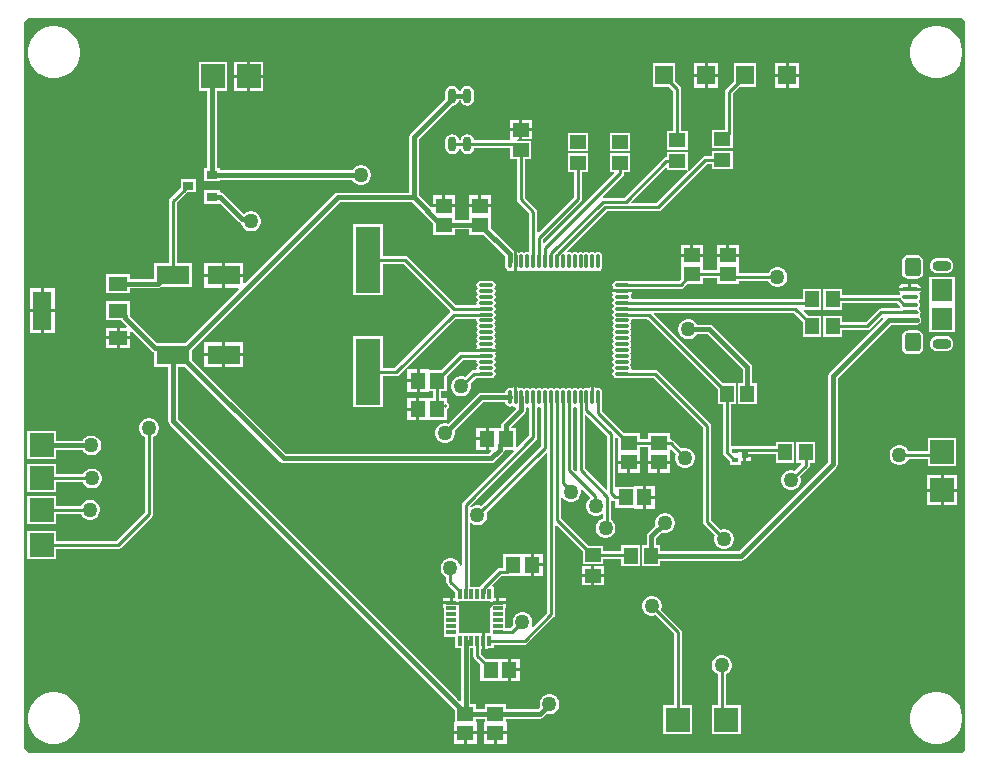
<source format=gtl>
G04*
G04 #@! TF.GenerationSoftware,Altium Limited,Altium Designer,22.0.2 (36)*
G04*
G04 Layer_Physical_Order=1*
G04 Layer_Color=255*
%FSLAX25Y25*%
%MOIN*%
G70*
G04*
G04 #@! TF.SameCoordinates,5FA20498-FCA4-4C69-A915-C1027814B975*
G04*
G04*
G04 #@! TF.FilePolarity,Positive*
G04*
G01*
G75*
%ADD12C,0.01000*%
%ADD15R,0.08268X0.22047*%
%ADD16R,0.05512X0.05118*%
%ADD17O,0.01181X0.04724*%
%ADD18O,0.04724X0.01181*%
%ADD19R,0.05315X0.04528*%
%ADD20R,0.04528X0.05315*%
%ADD21R,0.05118X0.05512*%
%ADD22R,0.03347X0.01378*%
%ADD23R,0.01378X0.03347*%
%ADD24R,0.11024X0.06299*%
%ADD25R,0.05906X0.06299*%
%ADD26O,0.05315X0.01575*%
%ADD27R,0.01968X0.01850*%
%ADD28R,0.07874X0.07874*%
%ADD29R,0.06299X0.12992*%
%ADD30R,0.06299X0.04724*%
%ADD31R,0.07874X0.07874*%
%ADD32R,0.07087X0.07480*%
G04:AMPARAMS|DCode=33|XSize=62.99mil|YSize=55.12mil|CornerRadius=13.78mil|HoleSize=0mil|Usage=FLASHONLY|Rotation=270.000|XOffset=0mil|YOffset=0mil|HoleType=Round|Shape=RoundedRectangle|*
%AMROUNDEDRECTD33*
21,1,0.06299,0.02756,0,0,270.0*
21,1,0.03543,0.05512,0,0,270.0*
1,1,0.02756,-0.01378,-0.01772*
1,1,0.02756,-0.01378,0.01772*
1,1,0.02756,0.01378,0.01772*
1,1,0.02756,0.01378,-0.01772*
%
%ADD33ROUNDEDRECTD33*%
%ADD34R,0.01968X0.01457*%
%ADD35R,0.03543X0.02756*%
%ADD36O,0.02992X0.05000*%
%ADD62C,0.01500*%
%ADD63O,0.06299X0.03543*%
%ADD64C,0.05000*%
G36*
X312700Y244800D02*
X313800Y243700D01*
Y1003D01*
X312797Y0D01*
X1400D01*
X-3Y1403D01*
Y243300D01*
X1498Y244800D01*
X312700Y244800D01*
D02*
G37*
%LPC*%
G36*
X258539Y229950D02*
X255087D01*
Y226300D01*
X258539D01*
Y229950D01*
D02*
G37*
G36*
X254087D02*
X250634D01*
Y226300D01*
X254087D01*
Y229950D01*
D02*
G37*
G36*
X231539D02*
X228087D01*
Y226300D01*
X231539D01*
Y229950D01*
D02*
G37*
G36*
X227087D02*
X223634D01*
Y226300D01*
X227087D01*
Y229950D01*
D02*
G37*
G36*
X79937Y230337D02*
X75500D01*
Y225900D01*
X79937D01*
Y230337D01*
D02*
G37*
G36*
X74500D02*
X70063D01*
Y225900D01*
X74500D01*
Y230337D01*
D02*
G37*
G36*
X305154Y242074D02*
X303446D01*
X301770Y241741D01*
X300191Y241087D01*
X298771Y240138D01*
X297563Y238929D01*
X296613Y237509D01*
X295959Y235930D01*
X295626Y234254D01*
Y232546D01*
X295959Y230870D01*
X296613Y229291D01*
X297563Y227871D01*
X298771Y226662D01*
X300191Y225713D01*
X301770Y225059D01*
X303446Y224726D01*
X305154D01*
X306830Y225059D01*
X308409Y225713D01*
X309829Y226662D01*
X311037Y227871D01*
X311987Y229291D01*
X312641Y230870D01*
X312974Y232546D01*
Y234254D01*
X312641Y235930D01*
X311987Y237509D01*
X311037Y238929D01*
X309829Y240138D01*
X308409Y241087D01*
X306830Y241741D01*
X305154Y242074D01*
D02*
G37*
G36*
X10954D02*
X9246D01*
X7570Y241741D01*
X5991Y241087D01*
X4571Y240138D01*
X3362Y238929D01*
X2413Y237509D01*
X1759Y235930D01*
X1426Y234254D01*
Y232546D01*
X1759Y230870D01*
X2413Y229291D01*
X3362Y227871D01*
X4571Y226662D01*
X5991Y225713D01*
X7570Y225059D01*
X9246Y224726D01*
X10954D01*
X12630Y225059D01*
X14209Y225713D01*
X15629Y226662D01*
X16838Y227871D01*
X17787Y229291D01*
X18441Y230870D01*
X18774Y232546D01*
Y234254D01*
X18441Y235930D01*
X17787Y237509D01*
X16838Y238929D01*
X15629Y240138D01*
X14209Y241087D01*
X12630Y241741D01*
X10954Y242074D01*
D02*
G37*
G36*
X258539Y225300D02*
X255087D01*
Y221650D01*
X258539D01*
Y225300D01*
D02*
G37*
G36*
X254087D02*
X250634D01*
Y221650D01*
X254087D01*
Y225300D01*
D02*
G37*
G36*
X231539D02*
X228087D01*
Y221650D01*
X231539D01*
Y225300D01*
D02*
G37*
G36*
X227087D02*
X223634D01*
Y221650D01*
X227087D01*
Y225300D01*
D02*
G37*
G36*
X147900Y222316D02*
X147004Y222138D01*
X146245Y221630D01*
X145737Y220871D01*
X145674Y220551D01*
X145126D01*
X145063Y220871D01*
X144555Y221630D01*
X143796Y222138D01*
X142900Y222316D01*
X142004Y222138D01*
X141245Y221630D01*
X140737Y220871D01*
X140559Y219975D01*
Y217967D01*
X140577Y217879D01*
X129083Y206384D01*
X128740Y205872D01*
X128620Y205267D01*
Y186680D01*
X104662D01*
X104057Y186560D01*
X103545Y186217D01*
X73703Y156376D01*
X73241Y156567D01*
Y158600D01*
X67229D01*
Y154950D01*
X71624D01*
X71816Y154489D01*
X53877Y136550D01*
X47553D01*
X47400Y136580D01*
X44453D01*
X35478Y145555D01*
Y145688D01*
X35448Y145841D01*
Y150462D01*
X27549D01*
Y144138D01*
X32543D01*
X32781Y143783D01*
X34494Y142069D01*
X34303Y141607D01*
X31998D01*
Y138745D01*
X35648D01*
Y140262D01*
X36110Y140454D01*
X42681Y133882D01*
X43194Y133539D01*
X43488Y133481D01*
Y128650D01*
X48220D01*
Y110399D01*
X48340Y109794D01*
X48682Y109282D01*
X143577Y14387D01*
X143584Y14354D01*
X143744Y14114D01*
Y10159D01*
X143544D01*
Y7100D01*
X147300D01*
X151056D01*
Y10159D01*
X150856D01*
Y11319D01*
X153744D01*
Y10159D01*
X153544D01*
Y7100D01*
X157300D01*
X161056D01*
Y10159D01*
X160856D01*
Y11319D01*
X172099D01*
X172704Y11439D01*
X173217Y11782D01*
X174368Y12933D01*
X174866Y12800D01*
X175734D01*
X176574Y13025D01*
X177326Y13459D01*
X177941Y14074D01*
X178375Y14826D01*
X178600Y15665D01*
Y16534D01*
X178375Y17374D01*
X177941Y18126D01*
X177326Y18741D01*
X176574Y19175D01*
X175734Y19400D01*
X174866D01*
X174026Y19175D01*
X173274Y18741D01*
X172659Y18126D01*
X172225Y17374D01*
X172000Y16534D01*
Y15665D01*
X172133Y15168D01*
X171445Y14480D01*
X160856D01*
Y16258D01*
X153744D01*
Y14480D01*
X150856D01*
Y16258D01*
X148928D01*
Y34851D01*
X149959D01*
Y32163D01*
X150060Y31656D01*
X150347Y31226D01*
X152291Y29281D01*
Y24044D01*
X158391D01*
Y23844D01*
X161450D01*
Y27600D01*
Y31356D01*
X158391D01*
Y31156D01*
X154166D01*
X152610Y32712D01*
Y34651D01*
X152753D01*
Y34851D01*
X152773D01*
Y37324D01*
Y39798D01*
X152753D01*
Y39998D01*
X151564D01*
Y39798D01*
X144998D01*
Y40658D01*
Y42627D01*
Y44595D01*
Y46564D01*
Y48332D01*
X145198D01*
Y50402D01*
X155402D01*
Y48332D01*
X155602D01*
Y46564D01*
Y44595D01*
Y42627D01*
Y40658D01*
Y39798D01*
X154942D01*
Y39998D01*
X153753D01*
Y39798D01*
X153732D01*
Y37324D01*
Y34851D01*
X153753D01*
Y34651D01*
X154942D01*
Y34851D01*
X156710D01*
Y35999D01*
X167024D01*
X167532Y36100D01*
X167962Y36387D01*
X176753Y45178D01*
X177040Y45608D01*
X177141Y46116D01*
Y75633D01*
X177603Y75824D01*
X186343Y67085D01*
Y62831D01*
X193257D01*
Y64570D01*
X199291D01*
Y62142D01*
X205419D01*
Y69058D01*
X199291D01*
Y67221D01*
X193257D01*
Y68959D01*
X188217D01*
X179110Y78066D01*
Y85099D01*
X179610Y85233D01*
X179759Y84974D01*
X180374Y84359D01*
X181126Y83925D01*
X181966Y83700D01*
X182834D01*
X183674Y83925D01*
X184426Y84359D01*
X185041Y84974D01*
X185475Y85726D01*
X185700Y86566D01*
Y87435D01*
X185669Y87549D01*
X186118Y87808D01*
X188810Y85116D01*
X188774Y84841D01*
X188159Y84226D01*
X187725Y83474D01*
X187500Y82635D01*
Y81766D01*
X187725Y80926D01*
X188159Y80174D01*
X188774Y79559D01*
X189526Y79125D01*
X190366Y78900D01*
X191234D01*
X192074Y79125D01*
X192774Y79530D01*
X193186Y79410D01*
X193274Y79374D01*
Y78122D01*
X192726Y77975D01*
X191974Y77541D01*
X191359Y76926D01*
X190925Y76174D01*
X190700Y75335D01*
Y74466D01*
X190925Y73626D01*
X191359Y72874D01*
X191974Y72259D01*
X192726Y71825D01*
X193566Y71600D01*
X194434D01*
X195274Y71825D01*
X196026Y72259D01*
X196641Y72874D01*
X197075Y73626D01*
X197300Y74466D01*
Y75335D01*
X197075Y76174D01*
X196641Y76926D01*
X196026Y77541D01*
X195925Y77599D01*
Y83925D01*
X196425Y84162D01*
X196670Y83998D01*
X197177Y83897D01*
X197291D01*
Y81544D01*
X203391D01*
Y81344D01*
X206450D01*
Y85100D01*
Y88856D01*
X203391D01*
Y88656D01*
X197291D01*
X197225Y89129D01*
Y104950D01*
X197687Y105141D01*
X198244Y104585D01*
Y100360D01*
X198044D01*
Y97301D01*
X201800D01*
X205556D01*
Y100360D01*
X205356D01*
Y101775D01*
X208244D01*
Y100360D01*
X208044D01*
Y97301D01*
X211800D01*
X215556D01*
Y100360D01*
X215356D01*
Y100916D01*
X215818Y101108D01*
X217409Y99516D01*
X217200Y98734D01*
Y97865D01*
X217425Y97026D01*
X217859Y96274D01*
X218474Y95659D01*
X219226Y95225D01*
X220065Y95000D01*
X220935D01*
X221774Y95225D01*
X222526Y95659D01*
X223141Y96274D01*
X223575Y97026D01*
X223800Y97865D01*
Y98734D01*
X223575Y99574D01*
X223141Y100326D01*
X222526Y100941D01*
X221774Y101375D01*
X220935Y101600D01*
X220065D01*
X219284Y101391D01*
X216637Y104037D01*
X216207Y104325D01*
X215700Y104426D01*
X215356D01*
Y106459D01*
X208244D01*
Y104426D01*
X205356D01*
Y106459D01*
X200119D01*
X192889Y113688D01*
Y116226D01*
X192982Y116691D01*
Y120234D01*
X192874Y120776D01*
X192566Y121236D01*
X192106Y121544D01*
X191564Y121652D01*
X191021Y121544D01*
X190753Y121364D01*
X190742Y121381D01*
X190216Y121732D01*
X190095Y121756D01*
Y118462D01*
X189095D01*
Y121756D01*
X188975Y121732D01*
X188449Y121381D01*
X188438Y121364D01*
X188169Y121544D01*
X187627Y121652D01*
X187084Y121544D01*
X186643Y121249D01*
X186201Y121544D01*
X185658Y121652D01*
X185116Y121544D01*
X184674Y121249D01*
X184232Y121544D01*
X183690Y121652D01*
X183147Y121544D01*
X182705Y121249D01*
X182264Y121544D01*
X181721Y121652D01*
X181179Y121544D01*
X180737Y121249D01*
X180295Y121544D01*
X179753Y121652D01*
X179210Y121544D01*
X178769Y121249D01*
X178327Y121544D01*
X177784Y121652D01*
X177242Y121544D01*
X176800Y121249D01*
X176358Y121544D01*
X175816Y121652D01*
X175273Y121544D01*
X174831Y121249D01*
X174390Y121544D01*
X173847Y121652D01*
X173305Y121544D01*
X172863Y121249D01*
X172421Y121544D01*
X171879Y121652D01*
X171336Y121544D01*
X170895Y121249D01*
X170453Y121544D01*
X169910Y121652D01*
X169368Y121544D01*
X168926Y121249D01*
X168484Y121544D01*
X167942Y121652D01*
X167399Y121544D01*
X166957Y121249D01*
X166516Y121544D01*
X165973Y121652D01*
X165431Y121544D01*
X165162Y121364D01*
X165151Y121381D01*
X164625Y121732D01*
X164505Y121756D01*
Y119026D01*
X164393Y118462D01*
X163617D01*
X163505Y119026D01*
Y121756D01*
X163384Y121732D01*
X162858Y121381D01*
X162847Y121364D01*
X162579Y121544D01*
X162036Y121652D01*
X161494Y121544D01*
X161034Y121236D01*
X160726Y120776D01*
X160618Y120234D01*
Y120043D01*
X152462D01*
X151857Y119922D01*
X151345Y119580D01*
X141432Y109667D01*
X140934Y109800D01*
X140066D01*
X139226Y109575D01*
X138474Y109141D01*
X137859Y108526D01*
X137425Y107774D01*
X137200Y106934D01*
Y106066D01*
X137425Y105226D01*
X137859Y104474D01*
X138474Y103859D01*
X139226Y103425D01*
X140066Y103200D01*
X140934D01*
X141774Y103425D01*
X142526Y103859D01*
X143141Y104474D01*
X143575Y105226D01*
X143800Y106066D01*
Y106934D01*
X143667Y107432D01*
X153117Y116882D01*
X160618D01*
Y116691D01*
X160726Y116148D01*
X161034Y115688D01*
X161494Y115381D01*
X162036Y115273D01*
X162579Y115381D01*
X162847Y115560D01*
X162858Y115544D01*
X163384Y115192D01*
X163804Y115109D01*
X164000Y114597D01*
X159683Y110280D01*
X159340Y109767D01*
X159220Y109162D01*
Y108156D01*
X158060D01*
Y108356D01*
X155001D01*
Y104600D01*
Y100844D01*
X155656D01*
X155847Y100382D01*
X155145Y99680D01*
X87317D01*
X56112Y130885D01*
Y134315D01*
X105317Y183520D01*
X129545D01*
X136544Y176521D01*
Y172641D01*
X143656D01*
Y174420D01*
X148544D01*
Y172641D01*
X153421D01*
X160421Y165641D01*
Y163772D01*
X160541Y163168D01*
X160618Y163052D01*
Y161966D01*
X160726Y161424D01*
X161034Y160964D01*
X161494Y160656D01*
X162036Y160548D01*
X162579Y160656D01*
X162847Y160836D01*
X162858Y160819D01*
X163384Y160468D01*
X163505Y160444D01*
Y163174D01*
X163617Y163738D01*
X163582Y163912D01*
Y166295D01*
X163505Y166684D01*
Y167032D01*
X163389Y167009D01*
X163119Y167413D01*
X155656Y174876D01*
Y178740D01*
X155856D01*
Y181799D01*
X148344D01*
Y178740D01*
X148544D01*
Y177580D01*
X143656D01*
Y178740D01*
X143856D01*
Y181799D01*
X136236D01*
X135882Y181653D01*
X131780Y185755D01*
Y204612D01*
X142812Y215644D01*
X142900Y215626D01*
X143796Y215804D01*
X144555Y216312D01*
X145063Y217071D01*
X145126Y217390D01*
X145674D01*
X145737Y217071D01*
X146245Y216312D01*
X147004Y215804D01*
X147900Y215626D01*
X148796Y215804D01*
X149555Y216312D01*
X150063Y217071D01*
X150241Y217967D01*
Y219975D01*
X150063Y220871D01*
X149555Y221630D01*
X148796Y222138D01*
X147900Y222316D01*
D02*
G37*
G36*
X79937Y224900D02*
X75500D01*
Y220463D01*
X79937D01*
Y224900D01*
D02*
G37*
G36*
X74500D02*
X70063D01*
Y220463D01*
X74500D01*
Y224900D01*
D02*
G37*
G36*
X169358Y210953D02*
X166200D01*
Y208190D01*
X169358D01*
Y210953D01*
D02*
G37*
G36*
X165200D02*
X162042D01*
Y208190D01*
X165200D01*
Y210953D01*
D02*
G37*
G36*
X169358Y207190D02*
X166200D01*
Y204426D01*
X169358D01*
Y207190D01*
D02*
G37*
G36*
X165200D02*
X162042D01*
Y204655D01*
X162042Y204426D01*
X161655Y204155D01*
X150177D01*
X150063Y204729D01*
X149555Y205488D01*
X148796Y205996D01*
X147900Y206174D01*
X147004Y205996D01*
X146245Y205488D01*
X145737Y204729D01*
X145655Y204315D01*
X145145D01*
X145063Y204729D01*
X144555Y205488D01*
X143796Y205996D01*
X142900Y206174D01*
X142004Y205996D01*
X141245Y205488D01*
X140737Y204729D01*
X140559Y203833D01*
Y201825D01*
X140737Y200929D01*
X141245Y200170D01*
X142004Y199662D01*
X142900Y199484D01*
X143796Y199662D01*
X144555Y200170D01*
X145063Y200929D01*
X145145Y201343D01*
X145655D01*
X145737Y200929D01*
X146245Y200170D01*
X147004Y199662D01*
X147900Y199484D01*
X148796Y199662D01*
X149555Y200170D01*
X150063Y200929D01*
X150177Y201504D01*
X162242D01*
Y197736D01*
X164374D01*
Y184402D01*
X164475Y183895D01*
X164763Y183465D01*
X168585Y179643D01*
Y167308D01*
X168085Y166899D01*
X167942Y166927D01*
X167399Y166819D01*
X166957Y166524D01*
X166516Y166819D01*
X165973Y166927D01*
X165431Y166819D01*
X165162Y166640D01*
X165151Y166656D01*
X164625Y167008D01*
X164505Y167032D01*
Y163738D01*
Y160444D01*
X164625Y160468D01*
X165151Y160819D01*
X165162Y160836D01*
X165431Y160656D01*
X165973Y160548D01*
X166516Y160656D01*
X166957Y160951D01*
X167399Y160656D01*
X167942Y160548D01*
X168484Y160656D01*
X168926Y160951D01*
X169368Y160656D01*
X169910Y160548D01*
X170453Y160656D01*
X170895Y160951D01*
X171336Y160656D01*
X171879Y160548D01*
X172421Y160656D01*
X172863Y160951D01*
X173305Y160656D01*
X173847Y160548D01*
X174390Y160656D01*
X174831Y160951D01*
X175273Y160656D01*
X175816Y160548D01*
X176358Y160656D01*
X176800Y160951D01*
X177242Y160656D01*
X177784Y160548D01*
X178327Y160656D01*
X178769Y160951D01*
X179210Y160656D01*
X179753Y160548D01*
X180295Y160656D01*
X180737Y160951D01*
X181179Y160656D01*
X181721Y160548D01*
X182264Y160656D01*
X182705Y160951D01*
X183147Y160656D01*
X183690Y160548D01*
X184232Y160656D01*
X184674Y160951D01*
X185116Y160656D01*
X185658Y160548D01*
X186201Y160656D01*
X186643Y160951D01*
X187084Y160656D01*
X187627Y160548D01*
X188169Y160656D01*
X188611Y160951D01*
X189053Y160656D01*
X189595Y160548D01*
X190138Y160656D01*
X190579Y160951D01*
X191021Y160656D01*
X191564Y160548D01*
X192106Y160656D01*
X192566Y160964D01*
X192874Y161424D01*
X192982Y161966D01*
Y165509D01*
X192874Y166052D01*
X192566Y166512D01*
X192106Y166819D01*
X191564Y166927D01*
X191021Y166819D01*
X190579Y166524D01*
X190138Y166819D01*
X189595Y166927D01*
X189053Y166819D01*
X188611Y166524D01*
X188169Y166819D01*
X187627Y166927D01*
X187084Y166819D01*
X186643Y166524D01*
X186201Y166819D01*
X185658Y166927D01*
X185116Y166819D01*
X184674Y166524D01*
X184232Y166819D01*
X183690Y166927D01*
X183147Y166819D01*
X182705Y166524D01*
X182264Y166819D01*
X181721Y166927D01*
X181448Y166873D01*
X181202Y167334D01*
X194343Y180474D01*
X211500D01*
X212007Y180575D01*
X212437Y180863D01*
X227849Y196274D01*
X229417D01*
Y194536D01*
X236332D01*
Y200664D01*
X229417D01*
Y198925D01*
X227300D01*
X226793Y198825D01*
X226363Y198537D01*
X221841Y194015D01*
X221747Y194008D01*
X221332Y194343D01*
X221332Y194541D01*
Y200219D01*
X214417D01*
Y198481D01*
X214300D01*
X213793Y198380D01*
X213363Y198092D01*
X200196Y184925D01*
X193207D01*
X192993Y185338D01*
X192984Y185409D01*
X199737Y192163D01*
X200025Y192593D01*
X200126Y193100D01*
Y193591D01*
X202257D01*
Y199719D01*
X195343D01*
Y193591D01*
X196764D01*
X196955Y193129D01*
X173666Y169841D01*
X173204Y170032D01*
Y171130D01*
X185737Y183663D01*
X186025Y184093D01*
X186126Y184600D01*
Y193591D01*
X188258D01*
Y199719D01*
X181342D01*
Y193591D01*
X183475D01*
Y185149D01*
X171698Y173372D01*
X171236Y173564D01*
Y180192D01*
X171135Y180700D01*
X170847Y181130D01*
X167025Y184951D01*
Y197736D01*
X169158D01*
Y203864D01*
X164479D01*
X164433Y203926D01*
X164685Y204426D01*
X165200D01*
Y207190D01*
D02*
G37*
G36*
X244166Y229750D02*
X236661D01*
Y223725D01*
X234095Y221159D01*
X233808Y220729D01*
X233707Y220222D01*
Y207554D01*
X229417D01*
Y201426D01*
X236332D01*
Y206004D01*
X236358Y206132D01*
Y219673D01*
X238535Y221850D01*
X244166D01*
Y229750D01*
D02*
G37*
G36*
X217166D02*
X209661D01*
Y221850D01*
X215292D01*
X216549Y220593D01*
Y207109D01*
X214417D01*
Y200981D01*
X221332D01*
Y207109D01*
X219200D01*
Y221142D01*
X219099Y221649D01*
X218812Y222079D01*
X217166Y223725D01*
Y229750D01*
D02*
G37*
G36*
X202257Y206609D02*
X195343D01*
Y200481D01*
X202257D01*
Y206609D01*
D02*
G37*
G36*
X188258D02*
X181342D01*
Y200481D01*
X188258D01*
Y206609D01*
D02*
G37*
G36*
X67937Y230137D02*
X58463D01*
Y220663D01*
X61220D01*
Y194858D01*
X60228D01*
Y190502D01*
X65372D01*
Y191010D01*
X109550D01*
X109859Y190474D01*
X110474Y189859D01*
X111226Y189425D01*
X112066Y189200D01*
X112934D01*
X113774Y189425D01*
X114526Y189859D01*
X115141Y190474D01*
X115575Y191226D01*
X115800Y192066D01*
Y192934D01*
X115575Y193774D01*
X115141Y194526D01*
X114526Y195141D01*
X113774Y195575D01*
X112934Y195800D01*
X112066D01*
X111226Y195575D01*
X110474Y195141D01*
X109859Y194526D01*
X109654Y194170D01*
X65372D01*
Y194858D01*
X64380D01*
Y220663D01*
X67937D01*
Y230137D01*
D02*
G37*
G36*
X155856Y185858D02*
X152600D01*
Y182799D01*
X155856D01*
Y185858D01*
D02*
G37*
G36*
X151600D02*
X148344D01*
Y182799D01*
X151600D01*
Y185858D01*
D02*
G37*
G36*
X143856D02*
X140600D01*
Y182799D01*
X143856D01*
Y185858D01*
D02*
G37*
G36*
X139600D02*
X136344D01*
Y182799D01*
X139600D01*
Y185858D01*
D02*
G37*
G36*
X65372Y187378D02*
X60228D01*
Y183022D01*
X65372D01*
X65372Y183022D01*
Y183022D01*
X65784Y182810D01*
X71846Y176748D01*
X72359Y176405D01*
X72582Y176361D01*
X72725Y175826D01*
X73159Y175074D01*
X73774Y174459D01*
X74526Y174025D01*
X75366Y173800D01*
X76235D01*
X77074Y174025D01*
X77826Y174459D01*
X78441Y175074D01*
X78875Y175826D01*
X79100Y176666D01*
Y177534D01*
X78875Y178374D01*
X78441Y179126D01*
X77826Y179741D01*
X77074Y180175D01*
X76235Y180400D01*
X75366D01*
X74526Y180175D01*
X73774Y179741D01*
X73549Y179516D01*
X66747Y186318D01*
X66234Y186660D01*
X65629Y186780D01*
X65372D01*
Y187378D01*
D02*
G37*
G36*
X238556Y169309D02*
X235300D01*
Y166250D01*
X238556D01*
Y169309D01*
D02*
G37*
G36*
X234300D02*
X231044D01*
Y166250D01*
X234300D01*
Y169309D01*
D02*
G37*
G36*
X226556D02*
X223300D01*
Y166250D01*
X226556D01*
Y169309D01*
D02*
G37*
G36*
X222300D02*
X219044D01*
Y166250D01*
X222300D01*
Y169309D01*
D02*
G37*
G36*
X238556Y165250D02*
X231044D01*
Y162191D01*
X231244D01*
Y160776D01*
X226356D01*
Y162191D01*
X226556D01*
Y165250D01*
X219044D01*
Y162191D01*
X219244D01*
Y157966D01*
X218467Y157189D01*
X201674D01*
X201209Y157282D01*
X197666D01*
X197124Y157174D01*
X196664Y156866D01*
X196356Y156406D01*
X196248Y155864D01*
X196356Y155321D01*
X196536Y155053D01*
X196519Y155042D01*
X196168Y154516D01*
X196144Y154395D01*
X199438D01*
X203096D01*
X203213Y154538D01*
X219017D01*
X219524Y154639D01*
X219954Y154927D01*
X221119Y156091D01*
X226356D01*
Y158125D01*
X231244D01*
Y156091D01*
X238356D01*
Y157274D01*
X248255D01*
X248659Y156574D01*
X249274Y155959D01*
X250026Y155525D01*
X250866Y155300D01*
X251734D01*
X252574Y155525D01*
X253326Y155959D01*
X253941Y156574D01*
X254375Y157326D01*
X254600Y158166D01*
Y159034D01*
X254375Y159874D01*
X253941Y160626D01*
X253326Y161241D01*
X252574Y161675D01*
X251734Y161900D01*
X250866D01*
X250026Y161675D01*
X249274Y161241D01*
X248659Y160626D01*
X248255Y159925D01*
X238356D01*
Y162191D01*
X238556D01*
Y165250D01*
D02*
G37*
G36*
X307384Y164910D02*
X304628D01*
X303957Y164822D01*
X303331Y164563D01*
X302794Y164151D01*
X302382Y163613D01*
X302123Y162988D01*
X302034Y162317D01*
X302123Y161645D01*
X302382Y161020D01*
X302794Y160482D01*
X303331Y160070D01*
X303957Y159811D01*
X304628Y159723D01*
X307384D01*
X308056Y159811D01*
X308681Y160070D01*
X309218Y160482D01*
X309631Y161020D01*
X309890Y161645D01*
X309978Y162317D01*
X309890Y162988D01*
X309631Y163613D01*
X309218Y164151D01*
X308681Y164563D01*
X308056Y164822D01*
X307384Y164910D01*
D02*
G37*
G36*
X73241Y163250D02*
X67229D01*
Y159600D01*
X73241D01*
Y163250D01*
D02*
G37*
G36*
X66229D02*
X60217D01*
Y159600D01*
X66229D01*
Y163250D01*
D02*
G37*
G36*
X57498Y191118D02*
X52354D01*
Y188243D01*
X48863Y184751D01*
X48575Y184321D01*
X48474Y183814D01*
Y163050D01*
X43488D01*
Y157936D01*
X35448D01*
Y159517D01*
X27549D01*
Y153193D01*
X35448D01*
Y154775D01*
X44693D01*
X45298Y154895D01*
X45680Y155150D01*
X56112D01*
Y163050D01*
X51126D01*
Y183265D01*
X54592Y186731D01*
X54612Y186762D01*
X57498D01*
Y191118D01*
D02*
G37*
G36*
X297739Y165915D02*
X294983D01*
X294133Y165746D01*
X293412Y165265D01*
X292931Y164544D01*
X292762Y163695D01*
Y160151D01*
X292931Y159301D01*
X293412Y158581D01*
X294133Y158100D01*
X294983Y157931D01*
X297739D01*
X298588Y158100D01*
X299309Y158581D01*
X299790Y159301D01*
X299959Y160151D01*
Y163695D01*
X299790Y164544D01*
X299309Y165265D01*
X298588Y165746D01*
X297739Y165915D01*
D02*
G37*
G36*
X66229Y158600D02*
X60217D01*
Y154950D01*
X66229D01*
Y158600D01*
D02*
G37*
G36*
X297345Y156265D02*
X295975D01*
Y154943D01*
X299068D01*
X299029Y155140D01*
X298634Y155731D01*
X298042Y156126D01*
X297345Y156265D01*
D02*
G37*
G36*
X294975D02*
X293605D01*
X292907Y156126D01*
X292316Y155731D01*
X291921Y155140D01*
X291882Y154943D01*
X294975D01*
Y156265D01*
D02*
G37*
G36*
X265864Y154558D02*
X259736D01*
Y151284D01*
X203008D01*
X202599Y151784D01*
X202627Y151927D01*
X202519Y152469D01*
X202340Y152738D01*
X202356Y152749D01*
X202708Y153275D01*
X202732Y153395D01*
X199438D01*
X196144D01*
X196168Y153275D01*
X196519Y152749D01*
X196536Y152738D01*
X196356Y152469D01*
X196248Y151927D01*
X196356Y151384D01*
X196651Y150943D01*
X196356Y150501D01*
X196248Y149958D01*
X196356Y149416D01*
X196651Y148974D01*
X196356Y148532D01*
X196248Y147990D01*
X196356Y147447D01*
X196651Y147005D01*
X196356Y146564D01*
X196248Y146021D01*
X196356Y145479D01*
X196651Y145037D01*
X196356Y144595D01*
X196248Y144053D01*
X196356Y143510D01*
X196651Y143069D01*
X196356Y142627D01*
X196248Y142084D01*
X196356Y141542D01*
X196651Y141100D01*
X196356Y140658D01*
X196248Y140116D01*
X196356Y139573D01*
X196651Y139131D01*
X196356Y138690D01*
X196248Y138147D01*
X196356Y137605D01*
X196651Y137163D01*
X196356Y136721D01*
X196248Y136179D01*
X196356Y135636D01*
X196651Y135195D01*
X196356Y134753D01*
X196248Y134210D01*
X196356Y133668D01*
X196651Y133226D01*
X196356Y132784D01*
X196248Y132242D01*
X196356Y131699D01*
X196651Y131257D01*
X196356Y130816D01*
X196248Y130273D01*
X196356Y129731D01*
X196651Y129289D01*
X196356Y128847D01*
X196248Y128305D01*
X196356Y127762D01*
X196651Y127321D01*
X196356Y126879D01*
X196248Y126336D01*
X196356Y125794D01*
X196664Y125334D01*
X197124Y125026D01*
X197666Y124918D01*
X201209D01*
X201674Y125011D01*
X209915D01*
X226474Y108451D01*
Y76900D01*
X226575Y76393D01*
X226863Y75963D01*
X230409Y72416D01*
X230200Y71635D01*
Y70766D01*
X230425Y69926D01*
X230859Y69174D01*
X231474Y68559D01*
X232226Y68125D01*
X233066Y67900D01*
X233934D01*
X234774Y68125D01*
X235526Y68559D01*
X236141Y69174D01*
X236575Y69926D01*
X236800Y70766D01*
Y71635D01*
X236575Y72474D01*
X236141Y73226D01*
X235526Y73841D01*
X234774Y74275D01*
X233934Y74500D01*
X233066D01*
X232284Y74291D01*
X229125Y77449D01*
Y109000D01*
X229025Y109507D01*
X228737Y109937D01*
X211401Y127273D01*
X210971Y127561D01*
X210464Y127662D01*
X203008D01*
X202599Y128162D01*
X202627Y128305D01*
X202519Y128847D01*
X202224Y129289D01*
X202519Y129731D01*
X202627Y130273D01*
X202519Y130816D01*
X202224Y131257D01*
X202519Y131699D01*
X202627Y132242D01*
X202519Y132784D01*
X202224Y133226D01*
X202519Y133668D01*
X202627Y134210D01*
X202519Y134753D01*
X202224Y135195D01*
X202519Y135636D01*
X202627Y136179D01*
X202519Y136721D01*
X202224Y137163D01*
X202519Y137605D01*
X202627Y138147D01*
X202519Y138690D01*
X202224Y139131D01*
X202519Y139573D01*
X202627Y140116D01*
X202519Y140658D01*
X202224Y141100D01*
X202519Y141542D01*
X202627Y142084D01*
X202519Y142627D01*
X202224Y143069D01*
X202519Y143510D01*
X202627Y144053D01*
X202599Y144196D01*
X203008Y144696D01*
X207834D01*
X231347Y121183D01*
Y116142D01*
X233085D01*
Y100084D01*
X233186Y99577D01*
X233473Y99147D01*
X235441Y97179D01*
Y95997D01*
X239009D01*
Y97175D01*
X239875D01*
Y99100D01*
X240375D01*
Y99600D01*
X242359D01*
Y99700D01*
X250736D01*
Y96643D01*
X256864D01*
Y103558D01*
X250736D01*
Y102351D01*
X238976D01*
X238469Y102250D01*
X238437Y102229D01*
X237454D01*
X237326Y102203D01*
X235736D01*
Y116142D01*
X237474D01*
Y123057D01*
X233221D01*
X210076Y146202D01*
X210267Y146664D01*
X256755D01*
X259736Y143683D01*
Y138643D01*
X265864D01*
Y145557D01*
X261611D01*
X260026Y147143D01*
X260233Y147643D01*
X265864D01*
Y154558D01*
D02*
G37*
G36*
X10451Y154796D02*
X6802D01*
Y147800D01*
X10451D01*
Y154796D01*
D02*
G37*
G36*
X5802D02*
X2152D01*
Y147800D01*
X5802D01*
Y154796D01*
D02*
G37*
G36*
X272754Y154558D02*
X266626D01*
Y147643D01*
X272754D01*
Y149775D01*
X291280D01*
X292050Y149005D01*
X292109Y148705D01*
X292186Y148591D01*
X291918Y148091D01*
X285876D01*
X285368Y147990D01*
X284939Y147703D01*
X280661Y143426D01*
X272754D01*
Y145557D01*
X266626D01*
Y138643D01*
X272754D01*
Y140775D01*
X281210D01*
X281718Y140875D01*
X282148Y141163D01*
X286236Y145251D01*
X286474Y145216D01*
X286649Y144684D01*
X268683Y126717D01*
X268340Y126205D01*
X268220Y125600D01*
Y96755D01*
X238645Y67180D01*
X212309D01*
Y69058D01*
X210825D01*
Y71390D01*
X212868Y73433D01*
X213366Y73300D01*
X214234D01*
X215074Y73525D01*
X215826Y73959D01*
X216441Y74574D01*
X216875Y75326D01*
X217100Y76165D01*
Y77034D01*
X216875Y77874D01*
X216441Y78626D01*
X215826Y79241D01*
X215074Y79675D01*
X214234Y79900D01*
X213366D01*
X212526Y79675D01*
X211774Y79241D01*
X211159Y78626D01*
X210725Y77874D01*
X210500Y77034D01*
Y76165D01*
X210633Y75668D01*
X208127Y73162D01*
X207785Y72650D01*
X207664Y72045D01*
Y69058D01*
X206181D01*
Y62142D01*
X212309D01*
Y64020D01*
X239300D01*
X239905Y64140D01*
X240418Y64482D01*
X270918Y94982D01*
X271260Y95495D01*
X271380Y96100D01*
Y124945D01*
X289061Y142626D01*
X293413D01*
X293605Y142588D01*
X297345D01*
X297537Y142626D01*
X297658D01*
X298263Y142746D01*
X298776Y143089D01*
X299118Y143602D01*
X299239Y144206D01*
X299118Y144811D01*
X298776Y145324D01*
X298718Y145964D01*
X298840Y146146D01*
X298854Y146215D01*
X298883Y146258D01*
X298984Y146765D01*
X298883Y147273D01*
X298854Y147316D01*
X298840Y147385D01*
X298642Y147681D01*
X298531Y148045D01*
X298642Y148409D01*
X298840Y148705D01*
X298963Y149324D01*
X298840Y149944D01*
X298642Y150240D01*
X298531Y150604D01*
X298642Y150968D01*
X298840Y151264D01*
X298963Y151883D01*
X298840Y152503D01*
X298753Y152633D01*
X298634Y153154D01*
X299029Y153745D01*
X299068Y153943D01*
X295475D01*
X291882D01*
X291921Y153745D01*
X292316Y153154D01*
X292196Y152633D01*
X292109Y152503D01*
X291956Y152400D01*
X291829Y152426D01*
X272754D01*
Y154558D01*
D02*
G37*
G36*
X310350Y158589D02*
X301663D01*
Y149640D01*
X301663Y149509D01*
Y149140D01*
X301663Y149009D01*
Y140060D01*
X310350D01*
Y149009D01*
X310350Y149140D01*
Y149509D01*
X310350Y149640D01*
Y158589D01*
D02*
G37*
G36*
X10451Y146800D02*
X6802D01*
Y139804D01*
X10451D01*
Y146800D01*
D02*
G37*
G36*
X5802D02*
X2152D01*
Y139804D01*
X5802D01*
Y146800D01*
D02*
G37*
G36*
X30998Y141607D02*
X27349D01*
Y138745D01*
X30998D01*
Y141607D01*
D02*
G37*
G36*
X35648Y137745D02*
X31998D01*
Y134883D01*
X35648D01*
Y137745D01*
D02*
G37*
G36*
X30998D02*
X27349D01*
Y134883D01*
X30998D01*
Y137745D01*
D02*
G37*
G36*
X119734Y176124D02*
X109866D01*
Y152477D01*
X119734D01*
Y162975D01*
X126683D01*
X142271Y147388D01*
X142217Y146734D01*
X123708Y128225D01*
X119734D01*
Y138723D01*
X109866D01*
Y115076D01*
X119734D01*
Y125574D01*
X124257D01*
X124764Y125675D01*
X125194Y125962D01*
X143928Y144696D01*
X150592D01*
X151001Y144196D01*
X150973Y144053D01*
X151081Y143510D01*
X151376Y143069D01*
X151081Y142627D01*
X150973Y142084D01*
X151081Y141542D01*
X151376Y141100D01*
X151081Y140658D01*
X150973Y140116D01*
X151081Y139573D01*
X151376Y139131D01*
X151081Y138690D01*
X150973Y138147D01*
X151081Y137605D01*
X151376Y137163D01*
X151081Y136721D01*
X150973Y136179D01*
X151081Y135636D01*
X151260Y135368D01*
X151244Y135357D01*
X150892Y134831D01*
X150868Y134710D01*
X154162D01*
X157456D01*
X157432Y134831D01*
X157081Y135357D01*
X157064Y135368D01*
X157244Y135636D01*
X157352Y136179D01*
X157244Y136721D01*
X156949Y137163D01*
X157244Y137605D01*
X157352Y138147D01*
X157244Y138690D01*
X156949Y139131D01*
X157244Y139573D01*
X157352Y140116D01*
X157244Y140658D01*
X156949Y141100D01*
X157244Y141542D01*
X157352Y142084D01*
X157244Y142627D01*
X156949Y143069D01*
X157244Y143510D01*
X157352Y144053D01*
X157244Y144595D01*
X156949Y145037D01*
X157244Y145479D01*
X157352Y146021D01*
X157244Y146564D01*
X156949Y147005D01*
X157244Y147447D01*
X157352Y147990D01*
X157244Y148532D01*
X156949Y148974D01*
X157244Y149416D01*
X157352Y149958D01*
X157244Y150501D01*
X156949Y150943D01*
X157244Y151384D01*
X157352Y151927D01*
X157244Y152469D01*
X156949Y152911D01*
X157244Y153353D01*
X157352Y153895D01*
X157244Y154438D01*
X156949Y154879D01*
X157244Y155321D01*
X157352Y155864D01*
X157244Y156406D01*
X156936Y156866D01*
X156476Y157174D01*
X155934Y157282D01*
X152391D01*
X151848Y157174D01*
X151388Y156866D01*
X151081Y156406D01*
X150973Y155864D01*
X151081Y155321D01*
X151376Y154879D01*
X151081Y154438D01*
X150973Y153895D01*
X151081Y153353D01*
X151376Y152911D01*
X151081Y152469D01*
X150973Y151927D01*
X151081Y151384D01*
X151376Y150943D01*
X151081Y150501D01*
X150973Y149958D01*
X151001Y149815D01*
X150592Y149315D01*
X144092D01*
X128169Y165238D01*
X127739Y165525D01*
X127232Y165626D01*
X119734D01*
Y176124D01*
D02*
G37*
G36*
X307384Y138926D02*
X304628D01*
X303957Y138838D01*
X303331Y138579D01*
X302794Y138166D01*
X302382Y137629D01*
X302123Y137004D01*
X302034Y136332D01*
X302123Y135661D01*
X302382Y135035D01*
X302794Y134498D01*
X303331Y134086D01*
X303957Y133827D01*
X304628Y133738D01*
X307384D01*
X308056Y133827D01*
X308681Y134086D01*
X309218Y134498D01*
X309631Y135035D01*
X309890Y135661D01*
X309978Y136332D01*
X309890Y137004D01*
X309631Y137629D01*
X309218Y138166D01*
X308681Y138579D01*
X308056Y138838D01*
X307384Y138926D01*
D02*
G37*
G36*
X73241Y136750D02*
X67229D01*
Y133100D01*
X73241D01*
Y136750D01*
D02*
G37*
G36*
X66229D02*
X60217D01*
Y133100D01*
X66229D01*
Y136750D01*
D02*
G37*
G36*
X297739Y140718D02*
X294983D01*
X294133Y140549D01*
X293412Y140068D01*
X292931Y139347D01*
X292762Y138498D01*
Y134954D01*
X292931Y134105D01*
X293412Y133384D01*
X294133Y132903D01*
X294983Y132734D01*
X297739D01*
X298588Y132903D01*
X299309Y133384D01*
X299790Y134105D01*
X299959Y134954D01*
Y138498D01*
X299790Y139347D01*
X299309Y140068D01*
X298588Y140549D01*
X297739Y140718D01*
D02*
G37*
G36*
X73241Y132100D02*
X67229D01*
Y128450D01*
X73241D01*
Y132100D01*
D02*
G37*
G36*
X66229D02*
X60217D01*
Y128450D01*
X66229D01*
Y132100D01*
D02*
G37*
G36*
X157456Y133710D02*
X154162D01*
X150504D01*
X150387Y133567D01*
X145844D01*
X145337Y133466D01*
X144907Y133179D01*
X139284Y127556D01*
X135059D01*
Y127756D01*
X132000D01*
Y124000D01*
Y120244D01*
X135059D01*
Y120444D01*
X136474D01*
Y118056D01*
X134909D01*
Y118256D01*
X131850D01*
Y114500D01*
Y110744D01*
X134909D01*
Y110944D01*
X141009D01*
Y114410D01*
X141387Y114663D01*
X141536Y114812D01*
X141824Y115242D01*
X141925Y115750D01*
X141824Y116257D01*
X141536Y116687D01*
X141106Y116974D01*
X141009Y116994D01*
Y118056D01*
X139125D01*
Y120444D01*
X141158D01*
Y125681D01*
X146393Y130916D01*
X150592D01*
X151001Y130416D01*
X150973Y130273D01*
X151081Y129731D01*
X151376Y129289D01*
X151081Y128847D01*
X150973Y128305D01*
X151001Y128162D01*
X150592Y127662D01*
X150136D01*
X149629Y127561D01*
X149199Y127273D01*
X147116Y125191D01*
X146334Y125400D01*
X145466D01*
X144626Y125175D01*
X143874Y124741D01*
X143259Y124126D01*
X142825Y123374D01*
X142600Y122534D01*
Y121666D01*
X142825Y120826D01*
X143259Y120074D01*
X143874Y119459D01*
X144626Y119025D01*
X145466Y118800D01*
X146334D01*
X147174Y119025D01*
X147926Y119459D01*
X148541Y120074D01*
X148975Y120826D01*
X149200Y121666D01*
Y122534D01*
X148991Y123316D01*
X150685Y125011D01*
X151926D01*
X152391Y124918D01*
X155934D01*
X156476Y125026D01*
X156936Y125334D01*
X157244Y125794D01*
X157352Y126336D01*
X157244Y126879D01*
X156949Y127321D01*
X157244Y127762D01*
X157352Y128305D01*
X157244Y128847D01*
X156949Y129289D01*
X157244Y129731D01*
X157352Y130273D01*
X157244Y130816D01*
X156949Y131257D01*
X157244Y131699D01*
X157352Y132242D01*
X157244Y132784D01*
X157064Y133053D01*
X157081Y133063D01*
X157432Y133590D01*
X157456Y133710D01*
D02*
G37*
G36*
X131000Y127756D02*
X127941D01*
Y124500D01*
X131000D01*
Y127756D01*
D02*
G37*
G36*
Y123500D02*
X127941D01*
Y120244D01*
X131000D01*
Y123500D01*
D02*
G37*
G36*
X222035Y144400D02*
X221165D01*
X220326Y144175D01*
X219574Y143741D01*
X218959Y143126D01*
X218525Y142374D01*
X218300Y141534D01*
Y140666D01*
X218525Y139826D01*
X218959Y139074D01*
X219574Y138459D01*
X220326Y138025D01*
X221165Y137800D01*
X222035D01*
X222874Y138025D01*
X223626Y138459D01*
X224241Y139074D01*
X224498Y139520D01*
X227945D01*
X239720Y127745D01*
Y123057D01*
X238236D01*
Y116142D01*
X244364D01*
Y123057D01*
X242880D01*
Y128400D01*
X242760Y129005D01*
X242418Y129517D01*
X229717Y142218D01*
X229205Y142560D01*
X228600Y142680D01*
X224498D01*
X224241Y143126D01*
X223626Y143741D01*
X222874Y144175D01*
X222035Y144400D01*
D02*
G37*
G36*
X130850Y118256D02*
X127791D01*
Y115000D01*
X130850D01*
Y118256D01*
D02*
G37*
G36*
Y114000D02*
X127791D01*
Y110744D01*
X130850D01*
Y114000D01*
D02*
G37*
G36*
X154001Y108356D02*
X150942D01*
Y105100D01*
X154001D01*
Y108356D01*
D02*
G37*
G36*
Y104100D02*
X150942D01*
Y100844D01*
X154001D01*
Y104100D01*
D02*
G37*
G36*
X310937Y104937D02*
X301463D01*
Y100612D01*
X295002D01*
X294597Y101313D01*
X293983Y101928D01*
X293230Y102362D01*
X292391Y102587D01*
X291522D01*
X290683Y102362D01*
X289930Y101928D01*
X289316Y101313D01*
X288881Y100561D01*
X288656Y99721D01*
Y98853D01*
X288881Y98013D01*
X289316Y97261D01*
X289930Y96646D01*
X290683Y96212D01*
X291522Y95987D01*
X292391D01*
X293230Y96212D01*
X293983Y96646D01*
X294597Y97261D01*
X295002Y97962D01*
X301463D01*
Y95463D01*
X310937D01*
Y104937D01*
D02*
G37*
G36*
X10737Y107237D02*
X1263D01*
Y97763D01*
X10737D01*
Y100820D01*
X19702D01*
X19959Y100374D01*
X20574Y99759D01*
X21326Y99325D01*
X22165Y99100D01*
X23034D01*
X23874Y99325D01*
X24626Y99759D01*
X25241Y100374D01*
X25675Y101126D01*
X25900Y101965D01*
Y102834D01*
X25675Y103674D01*
X25241Y104426D01*
X24626Y105041D01*
X23874Y105475D01*
X23034Y105700D01*
X22165D01*
X21326Y105475D01*
X20574Y105041D01*
X19959Y104426D01*
X19702Y103980D01*
X10737D01*
Y107237D01*
D02*
G37*
G36*
X242359Y98600D02*
X240875D01*
Y97175D01*
X242359D01*
Y98600D01*
D02*
G37*
G36*
X263754Y103558D02*
X257626D01*
Y96643D01*
X259132D01*
X259268Y96143D01*
X257016Y93891D01*
X256235Y94100D01*
X255365D01*
X254526Y93875D01*
X253774Y93441D01*
X253159Y92826D01*
X252725Y92074D01*
X252500Y91234D01*
Y90365D01*
X252725Y89526D01*
X253159Y88774D01*
X253774Y88159D01*
X254526Y87725D01*
X255365Y87500D01*
X256235D01*
X257074Y87725D01*
X257826Y88159D01*
X258441Y88774D01*
X258875Y89526D01*
X259100Y90365D01*
Y91234D01*
X258891Y92016D01*
X261627Y94753D01*
X261914Y95183D01*
X262015Y95690D01*
Y96643D01*
X263754D01*
Y103558D01*
D02*
G37*
G36*
X215556Y96301D02*
X212300D01*
Y93242D01*
X215556D01*
Y96301D01*
D02*
G37*
G36*
X211300D02*
X208044D01*
Y93242D01*
X211300D01*
Y96301D01*
D02*
G37*
G36*
X205556D02*
X202300D01*
Y93242D01*
X205556D01*
Y96301D01*
D02*
G37*
G36*
X201300D02*
X198044D01*
Y93242D01*
X201300D01*
Y96301D01*
D02*
G37*
G36*
X10737Y96337D02*
X1263D01*
Y86863D01*
X10737D01*
Y90074D01*
X19855D01*
X20259Y89374D01*
X20874Y88759D01*
X21626Y88325D01*
X22466Y88100D01*
X23335D01*
X24174Y88325D01*
X24926Y88759D01*
X25541Y89374D01*
X25975Y90126D01*
X26200Y90965D01*
Y91834D01*
X25975Y92674D01*
X25541Y93426D01*
X24926Y94041D01*
X24174Y94475D01*
X23335Y94700D01*
X22466D01*
X21626Y94475D01*
X20874Y94041D01*
X20259Y93426D01*
X19855Y92725D01*
X10737D01*
Y96337D01*
D02*
G37*
G36*
X311137Y92437D02*
X306700D01*
Y88000D01*
X311137D01*
Y92437D01*
D02*
G37*
G36*
X305700D02*
X301263D01*
Y88000D01*
X305700D01*
Y92437D01*
D02*
G37*
G36*
X210509Y88856D02*
X207450D01*
Y85600D01*
X210509D01*
Y88856D01*
D02*
G37*
G36*
X311137Y87000D02*
X306700D01*
Y82563D01*
X311137D01*
Y87000D01*
D02*
G37*
G36*
X305700D02*
X301263D01*
Y82563D01*
X305700D01*
Y87000D01*
D02*
G37*
G36*
X210509Y84600D02*
X207450D01*
Y81344D01*
X210509D01*
Y84600D01*
D02*
G37*
G36*
X10737Y85537D02*
X1263D01*
Y76063D01*
X10737D01*
Y79675D01*
X19155D01*
X19559Y78974D01*
X20174Y78359D01*
X20926Y77925D01*
X21766Y77700D01*
X22635D01*
X23474Y77925D01*
X24226Y78359D01*
X24841Y78974D01*
X25275Y79726D01*
X25500Y80566D01*
Y81435D01*
X25275Y82274D01*
X24841Y83026D01*
X24226Y83641D01*
X23474Y84075D01*
X22635Y84300D01*
X21766D01*
X20926Y84075D01*
X20174Y83641D01*
X19559Y83026D01*
X19155Y82326D01*
X10737D01*
Y85537D01*
D02*
G37*
G36*
X42234Y111500D02*
X41366D01*
X40526Y111275D01*
X39774Y110841D01*
X39159Y110226D01*
X38725Y109474D01*
X38500Y108634D01*
Y107766D01*
X38725Y106926D01*
X39159Y106174D01*
X39774Y105559D01*
X40475Y105155D01*
Y80149D01*
X30851Y70525D01*
X10737D01*
Y73937D01*
X1263D01*
Y64463D01*
X10737D01*
Y67874D01*
X31400D01*
X31907Y67975D01*
X32337Y68263D01*
X42737Y78663D01*
X43025Y79093D01*
X43126Y79600D01*
Y105155D01*
X43826Y105559D01*
X44441Y106174D01*
X44875Y106926D01*
X45100Y107766D01*
Y108634D01*
X44875Y109474D01*
X44441Y110226D01*
X43826Y110841D01*
X43074Y111275D01*
X42234Y111500D01*
D02*
G37*
G36*
X193457Y62269D02*
X190300D01*
Y59505D01*
X193457D01*
Y62269D01*
D02*
G37*
G36*
X189300D02*
X186143D01*
Y59505D01*
X189300D01*
Y62269D01*
D02*
G37*
G36*
X193457Y58505D02*
X190300D01*
Y55742D01*
X193457D01*
Y58505D01*
D02*
G37*
G36*
X189300D02*
X186143D01*
Y55742D01*
X189300D01*
Y58505D01*
D02*
G37*
G36*
X165509Y31356D02*
X162450D01*
Y28100D01*
X165509D01*
Y31356D01*
D02*
G37*
G36*
Y27100D02*
X162450D01*
Y23844D01*
X165509D01*
Y27100D01*
D02*
G37*
G36*
X233135Y32400D02*
X232265D01*
X231426Y32175D01*
X230674Y31741D01*
X230059Y31126D01*
X229625Y30374D01*
X229400Y29534D01*
Y28666D01*
X229625Y27826D01*
X230059Y27074D01*
X230674Y26459D01*
X231375Y26055D01*
Y15737D01*
X229563D01*
Y6263D01*
X239037D01*
Y15737D01*
X234026D01*
Y26055D01*
X234726Y26459D01*
X235341Y27074D01*
X235775Y27826D01*
X236000Y28666D01*
Y29534D01*
X235775Y30374D01*
X235341Y31126D01*
X234726Y31741D01*
X233974Y32175D01*
X233135Y32400D01*
D02*
G37*
G36*
X209835Y52200D02*
X208965D01*
X208126Y51975D01*
X207374Y51541D01*
X206759Y50926D01*
X206325Y50174D01*
X206100Y49334D01*
Y48466D01*
X206325Y47626D01*
X206759Y46874D01*
X207374Y46259D01*
X208126Y45825D01*
X208965Y45600D01*
X209835D01*
X210616Y45809D01*
X216674Y39751D01*
Y15737D01*
X213263D01*
Y6263D01*
X222737D01*
Y15737D01*
X219325D01*
Y40300D01*
X219225Y40807D01*
X218937Y41237D01*
X212491Y47684D01*
X212700Y48466D01*
Y49334D01*
X212475Y50174D01*
X212041Y50926D01*
X211426Y51541D01*
X210674Y51975D01*
X209835Y52200D01*
D02*
G37*
G36*
X161056Y6100D02*
X157800D01*
Y3041D01*
X161056D01*
Y6100D01*
D02*
G37*
G36*
X156800D02*
X153544D01*
Y3041D01*
X156800D01*
Y6100D01*
D02*
G37*
G36*
X151056D02*
X147800D01*
Y3041D01*
X151056D01*
Y6100D01*
D02*
G37*
G36*
X146800D02*
X143544D01*
Y3041D01*
X146800D01*
Y6100D01*
D02*
G37*
G36*
X305154Y20174D02*
X303446D01*
X301770Y19841D01*
X300191Y19187D01*
X298771Y18237D01*
X297563Y17029D01*
X296613Y15609D01*
X295959Y14030D01*
X295626Y12354D01*
Y10646D01*
X295959Y8970D01*
X296613Y7391D01*
X297563Y5971D01*
X298771Y4763D01*
X300191Y3813D01*
X301770Y3159D01*
X303446Y2826D01*
X305154D01*
X306830Y3159D01*
X308409Y3813D01*
X309829Y4763D01*
X311037Y5971D01*
X311987Y7391D01*
X312641Y8970D01*
X312974Y10646D01*
Y12354D01*
X312641Y14030D01*
X311987Y15609D01*
X311037Y17029D01*
X309829Y18237D01*
X308409Y19187D01*
X306830Y19841D01*
X305154Y20174D01*
D02*
G37*
G36*
X10954D02*
X9246D01*
X7570Y19841D01*
X5991Y19187D01*
X4571Y18237D01*
X3362Y17029D01*
X2413Y15609D01*
X1759Y14030D01*
X1426Y12354D01*
Y10646D01*
X1759Y8970D01*
X2413Y7391D01*
X3362Y5971D01*
X4571Y4763D01*
X5991Y3813D01*
X7570Y3159D01*
X9246Y2826D01*
X10954D01*
X12630Y3159D01*
X14209Y3813D01*
X15629Y4763D01*
X16838Y5971D01*
X17787Y7391D01*
X18441Y8970D01*
X18774Y10646D01*
Y12354D01*
X18441Y14030D01*
X17787Y15609D01*
X16838Y17029D01*
X15629Y18237D01*
X14209Y19187D01*
X12630Y19841D01*
X10954Y20174D01*
D02*
G37*
%LPD*%
G36*
X168585Y114892D02*
Y105759D01*
X164621Y101795D01*
X164159Y101987D01*
Y108156D01*
X162736D01*
X162529Y108656D01*
X167091Y113218D01*
X167433Y113731D01*
X167554Y114335D01*
Y114956D01*
X167940Y115273D01*
X167942Y115273D01*
X168085Y115301D01*
X168585Y114892D01*
D02*
G37*
G36*
X183690Y115273D02*
X183833Y115301D01*
X184333Y114892D01*
Y94196D01*
X184369Y94012D01*
X183909Y93766D01*
X183047Y94628D01*
Y114892D01*
X183547Y115301D01*
X183690Y115273D01*
D02*
G37*
G36*
X194574Y105551D02*
Y87808D01*
X194113Y87616D01*
X186984Y94745D01*
Y112488D01*
X187446Y112680D01*
X194574Y105551D01*
D02*
G37*
G36*
X171879Y115273D02*
X172022Y115301D01*
X172522Y114892D01*
Y102196D01*
X152516Y82191D01*
X151734Y82400D01*
X150866D01*
X150026Y82175D01*
X149396Y81811D01*
X149007Y81930D01*
X148860Y82034D01*
X148829Y82255D01*
X170847Y104273D01*
X171135Y104703D01*
X171236Y105210D01*
Y114892D01*
X171736Y115301D01*
X171879Y115273D01*
D02*
G37*
G36*
X174490Y99762D02*
Y46665D01*
X169680Y41855D01*
X169280Y42162D01*
X169375Y42326D01*
X169600Y43166D01*
Y44034D01*
X169375Y44874D01*
X168941Y45626D01*
X168326Y46241D01*
X167574Y46675D01*
X166734Y46900D01*
X165866D01*
X165026Y46675D01*
X164274Y46241D01*
X163659Y45626D01*
X163225Y44874D01*
X163000Y44034D01*
Y43166D01*
X163209Y42384D01*
X162330Y41504D01*
X160549D01*
Y44595D01*
Y48332D01*
X160749D01*
Y49521D01*
X160549D01*
Y49542D01*
X158076D01*
Y50021D01*
X157576D01*
Y51710D01*
X156710D01*
Y55349D01*
X156446D01*
X156254Y55811D01*
X159462Y59019D01*
X161241D01*
X161369Y59044D01*
X166040D01*
Y58844D01*
X169099D01*
Y62600D01*
Y66356D01*
X166040D01*
Y66156D01*
X159941D01*
Y61670D01*
X158913D01*
X158913Y61670D01*
X158406Y61569D01*
X157976Y61281D01*
X152505Y55810D01*
X152217Y55380D01*
X152211Y55349D01*
X148673D01*
Y76407D01*
X149135Y76598D01*
X149274Y76459D01*
X150026Y76025D01*
X150866Y75800D01*
X151734D01*
X152574Y76025D01*
X153326Y76459D01*
X153941Y77074D01*
X154375Y77826D01*
X154600Y78666D01*
Y79535D01*
X154391Y80316D01*
X174028Y99954D01*
X174490Y99762D01*
D02*
G37*
G36*
X85545Y96983D02*
X86057Y96640D01*
X86662Y96520D01*
X155800D01*
X156405Y96640D01*
X156918Y96983D01*
X159858Y99923D01*
X160201Y100436D01*
X160321Y101041D01*
Y101044D01*
X163216D01*
X163408Y100582D01*
X146410Y83584D01*
X146123Y83154D01*
X146022Y82647D01*
Y62392D01*
X145522Y62326D01*
X145375Y62874D01*
X144941Y63626D01*
X144326Y64241D01*
X143574Y64675D01*
X142734Y64900D01*
X141866D01*
X141026Y64675D01*
X140274Y64241D01*
X139659Y63626D01*
X139225Y62874D01*
X139000Y62034D01*
Y61165D01*
X139225Y60326D01*
X139659Y59574D01*
X140274Y58959D01*
X140974Y58555D01*
Y56939D01*
X141075Y56431D01*
X141363Y56001D01*
X143890Y53474D01*
Y51710D01*
X143024D01*
Y50021D01*
X142524D01*
Y49542D01*
X140051D01*
Y49521D01*
X139851D01*
Y48332D01*
X140051D01*
Y46564D01*
Y42627D01*
Y38690D01*
X143890D01*
Y34851D01*
X145767D01*
Y17321D01*
X145305Y17129D01*
X51380Y111054D01*
Y128650D01*
X53877D01*
X85545Y96983D01*
D02*
G37*
%LPC*%
G36*
X173158Y66356D02*
X170099D01*
Y63100D01*
X173158D01*
Y66356D01*
D02*
G37*
G36*
Y62100D02*
X170099D01*
Y58844D01*
X173158D01*
Y62100D01*
D02*
G37*
G36*
X160749Y51710D02*
X158576D01*
Y50521D01*
X160749D01*
Y51710D01*
D02*
G37*
G36*
X142024D02*
X139851D01*
Y50521D01*
X142024D01*
Y51710D01*
D02*
G37*
%LPD*%
G36*
X214417Y194745D02*
Y194091D01*
X220849D01*
X221080Y194091D01*
X221416Y193677D01*
X221409Y193583D01*
X210951Y183125D01*
X202798D01*
X202607Y183587D01*
X213955Y194936D01*
X214417Y194745D01*
D02*
G37*
D12*
X153253Y37324D02*
Y47006D01*
X156079Y49832D01*
X157887D01*
X158076Y50021D01*
X142524D02*
X158076D01*
X234410Y100084D02*
Y119600D01*
X208383Y146021D02*
X234410Y119994D01*
X199438Y146021D02*
X208383D01*
X234410Y119600D02*
Y119994D01*
X199438Y149958D02*
X261658D01*
X199438Y147990D02*
X257304D01*
X262800Y142494D01*
X261658Y149958D02*
X262800Y151100D01*
X291956Y99287D02*
X305287D01*
X306200Y100200D01*
X260690Y95690D02*
Y100100D01*
X255800Y90800D02*
X260690Y95690D01*
X269690Y151100D02*
X291829D01*
X293605Y149324D01*
X295475D01*
X218000Y11000D02*
Y40300D01*
X209400Y48900D02*
X218000Y40300D01*
X194000Y74900D02*
X194600Y75500D01*
Y85254D01*
X185658Y94196D02*
X194600Y85254D01*
X185658Y94196D02*
Y118462D01*
X195900Y86500D02*
Y106100D01*
X200528Y85223D02*
X200650Y85100D01*
X195900Y86500D02*
X197177Y85223D01*
X200528D01*
X189406Y65895D02*
X189800D01*
X202060D01*
X187627Y114373D02*
Y118462D01*
Y114373D02*
X195900Y106100D01*
X190372Y82628D02*
X190800Y82200D01*
X181721Y94079D02*
X190372Y85428D01*
X181721Y94079D02*
Y118462D01*
X190372Y82628D02*
Y85428D01*
X232700Y12600D02*
Y29100D01*
Y12600D02*
X234300Y11000D01*
X227800Y76900D02*
X233500Y71200D01*
X227800Y76900D02*
Y109000D01*
X210464Y126336D02*
X227800Y109000D01*
X199438Y126336D02*
X210464D01*
X222800Y159450D02*
X234800D01*
X219017Y155864D02*
X222603Y159450D01*
X199438Y155864D02*
X219017D01*
X222603Y159450D02*
X222800D01*
X201800Y103100D02*
X215700D01*
X220500Y98300D01*
X41800Y79600D02*
Y108200D01*
X31400Y69200D02*
X41800Y79600D01*
X6000Y69200D02*
X31400D01*
X145900Y122100D02*
X150136Y126336D01*
X154162D01*
X137799Y124197D02*
X145844Y132242D01*
X154162D01*
X137799Y124000D02*
Y124197D01*
X6000Y80800D02*
X6200Y81000D01*
X22200D01*
X179753Y90010D02*
X182400Y87362D01*
Y87000D02*
Y87362D01*
X6200Y91400D02*
X22900D01*
X6000Y91600D02*
X6200Y91400D01*
X179753Y90010D02*
Y118462D01*
X177784Y77517D02*
Y118462D01*
Y77517D02*
X189406Y65895D01*
X175816Y46116D02*
Y118462D01*
X151300Y79100D02*
X173847Y101647D01*
X167024Y37324D02*
X175816Y46116D01*
X173847Y101647D02*
Y118462D01*
X169910Y105210D02*
Y118462D01*
X147347Y82647D02*
X169910Y105210D01*
X217875Y204045D02*
Y221142D01*
X213413Y225603D02*
X217875Y221142D01*
X213413Y225603D02*
Y225800D01*
X235032Y206132D02*
Y220222D01*
X240413Y225603D01*
Y225800D01*
X233390Y204490D02*
X235032Y206132D01*
X232875Y204490D02*
X233390D01*
X49800Y183814D02*
X53654Y187669D01*
X54532Y188940D02*
X54926D01*
X53654Y188062D02*
X54532Y188940D01*
X53654Y187669D02*
Y188062D01*
X49800Y159100D02*
Y183814D01*
X165700Y184402D02*
X169910Y180192D01*
X165700Y184402D02*
Y200800D01*
X169910Y163738D02*
Y180192D01*
X163277Y202829D02*
X165306Y200800D01*
X147900Y202829D02*
X163277D01*
X165306Y200800D02*
X165700D01*
X142900Y202829D02*
X147900D01*
X269690Y142100D02*
X281210D01*
X285876Y146765D01*
X297658D01*
X238854Y100903D02*
X238976Y101025D01*
X252875D02*
X253800Y100100D01*
X237225Y100675D02*
X237454Y100903D01*
X238854D01*
X238976Y101025D02*
X252875D01*
X234410Y100084D02*
X236969Y97525D01*
X237225D01*
X262800Y142100D02*
Y142494D01*
X234800Y159450D02*
X235650Y158600D01*
X251300D01*
X193794Y181800D02*
X211500D01*
X227300Y197600D02*
X231800D01*
X211500Y181800D02*
X227300Y197600D01*
X193048Y183600D02*
X200745D01*
X178162Y166168D02*
X193794Y181800D01*
X178162Y165936D02*
Y166168D01*
X177784Y165559D02*
X178162Y165936D01*
X177784Y163738D02*
Y165559D01*
X175850Y166402D02*
X193048Y183600D01*
X175850Y163772D02*
Y166402D01*
X214300Y197155D02*
X216800D01*
X147347Y52876D02*
Y82647D01*
X158076Y40179D02*
X162879D01*
X166300Y43600D01*
X155221Y37324D02*
X167024D01*
X155650Y27600D02*
Y27797D01*
X151284Y32163D02*
Y37324D01*
Y32163D02*
X155650Y27797D01*
X145379Y52876D02*
Y53860D01*
X142300Y56939D02*
X145379Y53860D01*
X142300Y56939D02*
Y61600D01*
X163300Y62403D02*
Y62600D01*
X153253Y52876D02*
X153442Y53065D01*
Y54873D01*
X158913Y60344D01*
X161241D01*
X163300Y62403D01*
X202060Y65895D02*
X202355Y65600D01*
X200745Y183600D02*
X214300Y197155D01*
X175816Y163738D02*
X175850Y163772D01*
X171879Y171679D02*
X184800Y184600D01*
X171879Y163738D02*
Y171679D01*
X184800Y184600D02*
Y196655D01*
X198800Y193100D02*
Y196655D01*
X173847Y163738D02*
Y168147D01*
X198800Y193100D01*
X191564Y113139D02*
X201603Y103100D01*
X191564Y113139D02*
Y118462D01*
X201603Y103100D02*
X201800D01*
X140450Y115600D02*
X140599Y115750D01*
X137799Y114650D02*
Y124000D01*
X124257Y126899D02*
X143379Y146021D01*
X114800Y126899D02*
X124257D01*
X143379Y146021D02*
X154162D01*
X143543Y147990D02*
X154162D01*
X114800Y164301D02*
X127232D01*
X143543Y147990D01*
D15*
X114800Y126899D02*
D03*
Y164301D02*
D03*
D16*
X140100Y176000D02*
D03*
Y182299D02*
D03*
X152100Y176000D02*
D03*
Y182299D02*
D03*
X201800Y103100D02*
D03*
Y96801D02*
D03*
X157300Y12899D02*
D03*
Y6600D02*
D03*
X147300Y12899D02*
D03*
Y6600D02*
D03*
X234800Y165750D02*
D03*
X222800D02*
D03*
X211800Y96801D02*
D03*
X222800Y159450D02*
D03*
X211800Y103100D02*
D03*
X234800Y159450D02*
D03*
D17*
X162036Y163738D02*
D03*
X165973D02*
D03*
X167942D02*
D03*
X169910D02*
D03*
X171879D02*
D03*
X173847D02*
D03*
X175816D02*
D03*
X177784D02*
D03*
X179753D02*
D03*
X181721D02*
D03*
X183690D02*
D03*
X185658D02*
D03*
X187627D02*
D03*
X189595D02*
D03*
X191564D02*
D03*
Y118462D02*
D03*
X187627D02*
D03*
X185658D02*
D03*
X183690D02*
D03*
X181721D02*
D03*
X179753D02*
D03*
X177784D02*
D03*
X175816D02*
D03*
X173847D02*
D03*
X171879D02*
D03*
X169910D02*
D03*
X167942D02*
D03*
X165973D02*
D03*
X162036D02*
D03*
X164005D02*
D03*
X189595D02*
D03*
X164005Y163738D02*
D03*
D18*
X199438Y155864D02*
D03*
Y151927D02*
D03*
Y149958D02*
D03*
Y147990D02*
D03*
Y146021D02*
D03*
Y144053D02*
D03*
Y142084D02*
D03*
Y140116D02*
D03*
Y138147D02*
D03*
Y136179D02*
D03*
Y134210D02*
D03*
Y132242D02*
D03*
Y130273D02*
D03*
Y128305D02*
D03*
Y126336D02*
D03*
X154162D02*
D03*
Y128305D02*
D03*
Y130273D02*
D03*
Y132242D02*
D03*
Y136179D02*
D03*
Y138147D02*
D03*
Y140116D02*
D03*
Y142084D02*
D03*
Y144053D02*
D03*
Y146021D02*
D03*
Y147990D02*
D03*
Y149958D02*
D03*
Y151927D02*
D03*
Y153895D02*
D03*
Y155864D02*
D03*
Y134210D02*
D03*
X199438Y153895D02*
D03*
D19*
X217875Y197155D02*
D03*
Y204045D02*
D03*
X189800Y65895D02*
D03*
Y59005D02*
D03*
X165700Y207690D02*
D03*
Y200800D02*
D03*
X198800Y203545D02*
D03*
Y196655D02*
D03*
X184800Y203545D02*
D03*
Y196655D02*
D03*
X232875Y204490D02*
D03*
Y197600D02*
D03*
D20*
X262800Y151100D02*
D03*
X269690D02*
D03*
Y142100D02*
D03*
X262800D02*
D03*
X209245Y65600D02*
D03*
X202355D02*
D03*
X234410Y119600D02*
D03*
X241300D02*
D03*
X260690Y100100D02*
D03*
X253800D02*
D03*
D21*
X200650Y85100D02*
D03*
X206950D02*
D03*
X155650Y27600D02*
D03*
X161950D02*
D03*
X160800Y104600D02*
D03*
X154501D02*
D03*
X137650Y114500D02*
D03*
X131350D02*
D03*
X131500Y124000D02*
D03*
X169599Y62600D02*
D03*
X137799Y124000D02*
D03*
X163300Y62600D02*
D03*
D22*
X142524Y48053D02*
D03*
Y46084D02*
D03*
Y44116D02*
D03*
Y42147D02*
D03*
Y40179D02*
D03*
X158076Y48053D02*
D03*
Y46084D02*
D03*
Y44116D02*
D03*
Y42147D02*
D03*
Y40179D02*
D03*
X142524Y50021D02*
D03*
X158076D02*
D03*
D23*
X145379Y37324D02*
D03*
X147347D02*
D03*
X149316D02*
D03*
X151284D02*
D03*
X155221D02*
D03*
Y52876D02*
D03*
X153253D02*
D03*
X151284D02*
D03*
X149316D02*
D03*
X147347D02*
D03*
X145379D02*
D03*
X153253Y37324D02*
D03*
D24*
X49800Y159100D02*
D03*
X66729D02*
D03*
X49800Y132600D02*
D03*
X66729D02*
D03*
D25*
X254587Y225800D02*
D03*
X227587D02*
D03*
X213413D02*
D03*
X240413D02*
D03*
D26*
X295475Y154443D02*
D03*
Y151883D02*
D03*
Y144206D02*
D03*
Y146765D02*
D03*
Y149324D02*
D03*
D27*
X240375Y99100D02*
D03*
D28*
X75000Y225400D02*
D03*
X234300Y11000D02*
D03*
X218000D02*
D03*
X6000Y69200D02*
D03*
Y80800D02*
D03*
Y91600D02*
D03*
Y102500D02*
D03*
X63200Y225400D02*
D03*
D29*
X6302Y147300D02*
D03*
D30*
X31498Y138245D02*
D03*
Y147300D02*
D03*
Y156355D02*
D03*
D31*
X306200Y100200D02*
D03*
Y87500D02*
D03*
D32*
X306006Y144600D02*
D03*
Y154049D02*
D03*
D33*
X296361Y136726D02*
D03*
Y161923D02*
D03*
D34*
X237225Y100675D02*
D03*
Y97525D02*
D03*
D35*
X62800Y185200D02*
D03*
Y192680D02*
D03*
X54926Y188940D02*
D03*
D36*
X147900Y218971D02*
D03*
X142900D02*
D03*
X147900Y202829D02*
D03*
X142900D02*
D03*
D62*
X221600Y141100D02*
X228600D01*
X241300Y128400D01*
Y119600D02*
Y128400D01*
X112410Y192590D02*
X112500Y192500D01*
X62800Y192680D02*
X62890Y192590D01*
X112410D01*
X52162Y132600D02*
X104662Y185100D01*
X130200D01*
X140500Y106500D02*
X152462Y118462D01*
X162036D01*
X6100Y102400D02*
X22600D01*
X6000Y102500D02*
X6100Y102400D01*
X31498Y147300D02*
X32286D01*
X33898Y145688D01*
Y144900D02*
Y145688D01*
Y144900D02*
X43799Y135000D01*
X47400D01*
X49800Y132600D01*
X160800Y109162D02*
X165973Y114335D01*
X160800Y104600D02*
Y109162D01*
X157300Y12899D02*
X172099D01*
X162002Y163772D02*
X162036Y163738D01*
X172099Y12899D02*
X175300Y16100D01*
X142900Y218971D02*
X147900D01*
X147300Y12899D02*
X147347Y12946D01*
X49800Y110399D02*
X145044Y15155D01*
X49800Y110399D02*
Y132600D01*
X142900Y217967D02*
Y218971D01*
X147103Y12899D02*
X147300D01*
X158741Y101041D02*
Y102541D01*
X165973Y114335D02*
Y118462D01*
X152297Y176000D02*
X162002Y166295D01*
X130200Y205267D02*
X142900Y217967D01*
X86662Y98100D02*
X155800D01*
X145044Y14958D02*
Y15155D01*
Y14958D02*
X147103Y12899D01*
X49800Y132600D02*
X52162D01*
X130200Y185100D02*
Y205267D01*
X147347Y12946D02*
Y37324D01*
X140100Y176000D02*
X152100D01*
X52162Y132600D02*
X86662Y98100D01*
X162002Y163772D02*
Y166295D01*
X147300Y12899D02*
X157300D01*
X155800Y98100D02*
X158741Y101041D01*
X152100Y176000D02*
X152297D01*
X158741Y102541D02*
X160800Y104600D01*
X130200Y185100D02*
X139300Y176000D01*
X140100D01*
X47438Y159100D02*
X49800D01*
X31498Y156355D02*
X44693D01*
X47438Y159100D01*
X62800Y192680D02*
Y224911D01*
Y185200D02*
X65629D01*
X75035Y177865D02*
X75800Y177100D01*
X65629Y185200D02*
X72964Y177865D01*
X75035D01*
X209245Y72045D02*
X213800Y76600D01*
X209245Y65600D02*
Y72045D01*
Y65600D02*
X239300D01*
X269800Y96100D02*
Y125600D01*
X239300Y65600D02*
X269800Y96100D01*
Y125600D02*
X288406Y144206D01*
X297658D01*
D63*
X306006Y136332D02*
D03*
Y162317D02*
D03*
D64*
X221600Y141100D02*
D03*
X112500Y192500D02*
D03*
X291956Y99287D02*
D03*
X255800Y90800D02*
D03*
X209400Y48900D02*
D03*
X194000Y74900D02*
D03*
X232700Y29100D02*
D03*
X233500Y71200D02*
D03*
X220500Y98300D02*
D03*
X41800Y108200D02*
D03*
X145900Y122100D02*
D03*
X140500Y106500D02*
D03*
X22200Y81000D02*
D03*
X190800Y82200D02*
D03*
X182400Y87000D02*
D03*
X22900Y91400D02*
D03*
X22600Y102400D02*
D03*
X75800Y177100D02*
D03*
X213800Y76600D02*
D03*
X251300Y158600D02*
D03*
X175300Y16100D02*
D03*
X166300Y43600D02*
D03*
X142300Y61600D02*
D03*
X151300Y79100D02*
D03*
M02*

</source>
